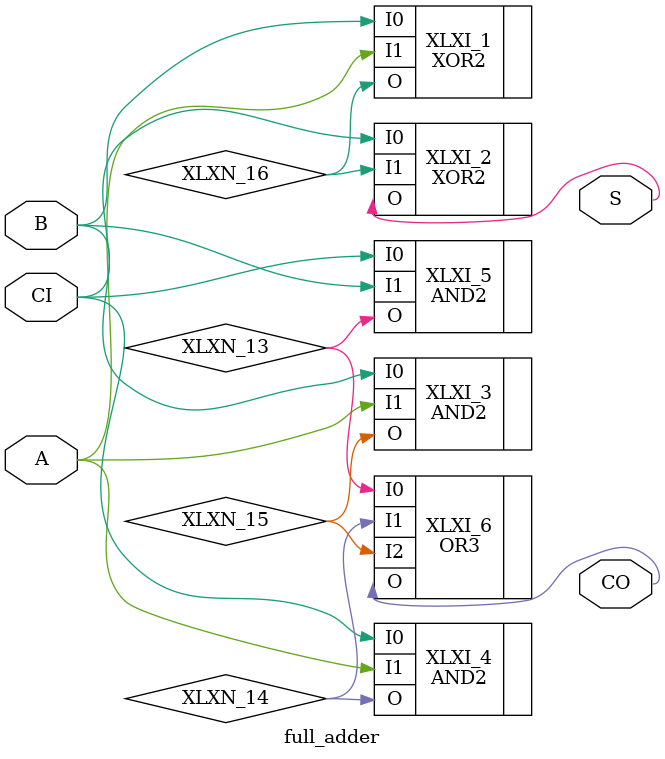
<source format=v>
`timescale 1ns / 1ps

module full_adder(A, 
                  B, 
                  CI, 
                  CO, 
                  S);

    input A;
    input B;
    input CI;
   output CO;
   output S;
   
   wire XLXN_13;
   wire XLXN_14;
   wire XLXN_15;
   wire XLXN_16;
   
   XOR2 XLXI_1 (.I0(B), 
                .I1(A), 
                .O(XLXN_16));
   XOR2 XLXI_2 (.I0(CI), 
                .I1(XLXN_16), 
                .O(S));
   AND2 XLXI_3 (.I0(B), 
                .I1(A), 
                .O(XLXN_15));
   AND2 XLXI_4 (.I0(CI), 
                .I1(A), 
                .O(XLXN_14));
   AND2 XLXI_5 (.I0(CI), 
                .I1(B), 
                .O(XLXN_13));
   OR3 XLXI_6 (.I0(XLXN_13), 
               .I1(XLXN_14), 
               .I2(XLXN_15), 
               .O(CO));
endmodule

</source>
